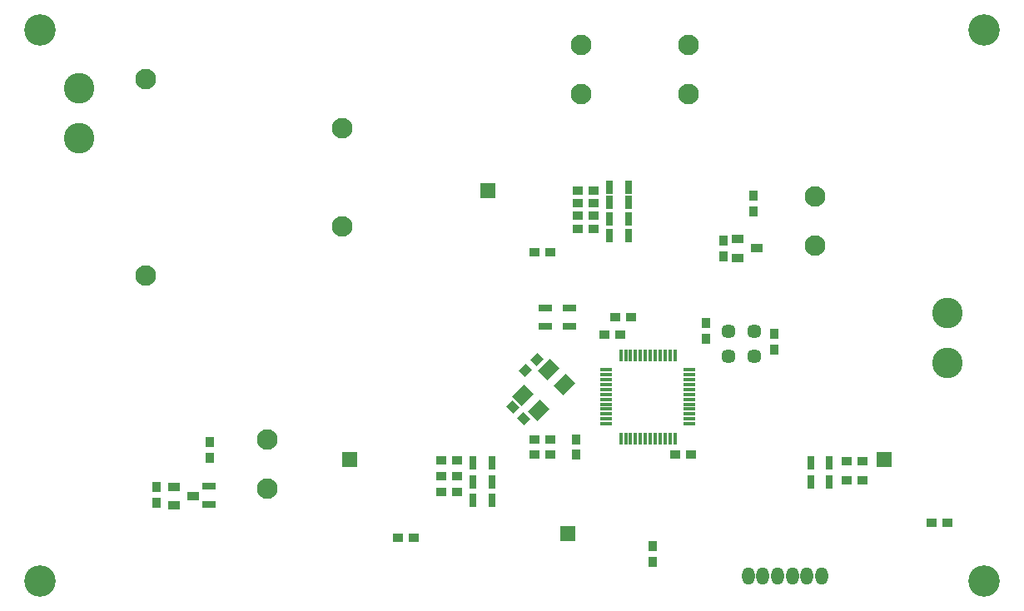
<source format=gts>
G04*
G04 #@! TF.GenerationSoftware,Altium Limited,Altium Designer,23.5.1 (21)*
G04*
G04 Layer_Color=8388736*
%FSLAX25Y25*%
%MOIN*%
G70*
G04*
G04 #@! TF.SameCoordinates,AFD14176-74B1-4AA8-BEBF-F55300C3C1FD*
G04*
G04*
G04 #@! TF.FilePolarity,Negative*
G04*
G01*
G75*
%ADD25R,0.03494X0.04194*%
%ADD26R,0.04724X0.03543*%
%ADD27R,0.03150X0.05512*%
%ADD28R,0.04194X0.03494*%
%ADD29R,0.05118X0.01575*%
%ADD30R,0.01575X0.05118*%
%ADD31R,0.05512X0.03150*%
G04:AMPARAMS|DCode=32|XSize=34.94mil|YSize=41.94mil|CornerRadius=0mil|HoleSize=0mil|Usage=FLASHONLY|Rotation=315.000|XOffset=0mil|YOffset=0mil|HoleType=Round|Shape=Rectangle|*
%AMROTATEDRECTD32*
4,1,4,-0.02718,-0.00248,0.00248,0.02718,0.02718,0.00248,-0.00248,-0.02718,-0.02718,-0.00248,0.0*
%
%ADD32ROTATEDRECTD32*%

G04:AMPARAMS|DCode=33|XSize=66.93mil|YSize=53.15mil|CornerRadius=0mil|HoleSize=0mil|Usage=FLASHONLY|Rotation=225.000|XOffset=0mil|YOffset=0mil|HoleType=Round|Shape=Rectangle|*
%AMROTATEDRECTD33*
4,1,4,0.00487,0.04245,0.04245,0.00487,-0.00487,-0.04245,-0.04245,-0.00487,0.00487,0.04245,0.0*
%
%ADD33ROTATEDRECTD33*%

G04:AMPARAMS|DCode=34|XSize=34.94mil|YSize=41.94mil|CornerRadius=0mil|HoleSize=0mil|Usage=FLASHONLY|Rotation=225.000|XOffset=0mil|YOffset=0mil|HoleType=Round|Shape=Rectangle|*
%AMROTATEDRECTD34*
4,1,4,-0.00248,0.02718,0.02718,-0.00248,0.00248,-0.02718,-0.02718,0.00248,-0.00248,0.02718,0.0*
%
%ADD34ROTATEDRECTD34*%

%ADD35C,0.12205*%
%ADD36O,0.05118X0.07087*%
%ADD37C,0.08268*%
%ADD38R,0.05900X0.05900*%
%ADD39C,0.05721*%
%ADD40C,0.12611*%
D25*
X687008Y555906D02*
D03*
Y549606D02*
D03*
X675197Y531496D02*
D03*
Y537796D02*
D03*
X695669Y500394D02*
D03*
Y494094D02*
D03*
X668110Y504725D02*
D03*
Y498425D02*
D03*
X616142Y451968D02*
D03*
Y458268D02*
D03*
X448032Y432677D02*
D03*
Y438977D02*
D03*
X646850Y415355D02*
D03*
Y409055D02*
D03*
X469413Y450693D02*
D03*
Y456992D02*
D03*
D26*
X680925Y538386D02*
D03*
Y530905D02*
D03*
X688366Y534646D02*
D03*
X455335Y439173D02*
D03*
Y431693D02*
D03*
X462776Y435433D02*
D03*
D27*
X629528Y539764D02*
D03*
X637008D02*
D03*
X629528Y546457D02*
D03*
X637008D02*
D03*
X629528Y552953D02*
D03*
X637008D02*
D03*
X629528Y559228D02*
D03*
X637008D02*
D03*
X575000Y433756D02*
D03*
X582480D02*
D03*
X575000Y441268D02*
D03*
X582480D02*
D03*
X575000Y448779D02*
D03*
X582480D02*
D03*
X710039D02*
D03*
X717520D02*
D03*
X710039Y441268D02*
D03*
X717520D02*
D03*
D28*
X605906Y533071D02*
D03*
X599606D02*
D03*
X633859Y500000D02*
D03*
X627559D02*
D03*
X638189Y507087D02*
D03*
X631889D02*
D03*
X599606Y458268D02*
D03*
X605906D02*
D03*
Y451968D02*
D03*
X599606D02*
D03*
X544881Y418898D02*
D03*
X551182D02*
D03*
X568504Y443339D02*
D03*
X562204D02*
D03*
X568504Y437008D02*
D03*
X562204D02*
D03*
X568504Y449669D02*
D03*
X562204D02*
D03*
X655905Y451968D02*
D03*
X662205D02*
D03*
X758661Y424803D02*
D03*
X764961D02*
D03*
X730709Y449606D02*
D03*
X724409D02*
D03*
X730709Y441732D02*
D03*
X724409D02*
D03*
X616929Y552756D02*
D03*
X623229D02*
D03*
X616929Y557874D02*
D03*
X623229D02*
D03*
X616929Y547638D02*
D03*
X623229D02*
D03*
X616929Y542520D02*
D03*
X623229D02*
D03*
D29*
X628150Y486024D02*
D03*
Y484055D02*
D03*
Y482087D02*
D03*
Y480118D02*
D03*
Y478150D02*
D03*
Y476181D02*
D03*
Y474213D02*
D03*
Y472244D02*
D03*
Y470276D02*
D03*
Y468307D02*
D03*
Y466339D02*
D03*
Y464370D02*
D03*
X661614D02*
D03*
Y466339D02*
D03*
Y468307D02*
D03*
Y470276D02*
D03*
Y472244D02*
D03*
Y474213D02*
D03*
Y476181D02*
D03*
Y478150D02*
D03*
Y480118D02*
D03*
Y482087D02*
D03*
Y484055D02*
D03*
Y486024D02*
D03*
D30*
X634055Y458465D02*
D03*
X636024D02*
D03*
X637992D02*
D03*
X639961D02*
D03*
X641929D02*
D03*
X643898D02*
D03*
X645866D02*
D03*
X647835D02*
D03*
X649803D02*
D03*
X651772D02*
D03*
X653740D02*
D03*
X655709D02*
D03*
Y491929D02*
D03*
X653740D02*
D03*
X651772D02*
D03*
X649803D02*
D03*
X647835D02*
D03*
X645866D02*
D03*
X643898D02*
D03*
X641929D02*
D03*
X639961D02*
D03*
X637992D02*
D03*
X636024D02*
D03*
X634055D02*
D03*
D31*
X613386Y510827D02*
D03*
Y503346D02*
D03*
X603937Y510827D02*
D03*
Y503346D02*
D03*
X469291Y439567D02*
D03*
Y432087D02*
D03*
D32*
X595939Y485703D02*
D03*
X600394Y490158D02*
D03*
D33*
X601062Y469740D02*
D03*
X611362Y480041D02*
D03*
X594937Y475865D02*
D03*
X605237Y486165D02*
D03*
D34*
X595276Y466535D02*
D03*
X590821Y470990D02*
D03*
D35*
X764961Y488819D02*
D03*
Y508819D02*
D03*
X417323Y598740D02*
D03*
Y578740D02*
D03*
D36*
X714567Y403543D02*
D03*
X708661D02*
D03*
X702756D02*
D03*
X696850D02*
D03*
X690945D02*
D03*
X685039D02*
D03*
D37*
X711949Y555346D02*
D03*
Y535661D02*
D03*
X492520Y458268D02*
D03*
Y438583D02*
D03*
X618110Y596457D02*
D03*
Y616142D02*
D03*
X661024Y596457D02*
D03*
Y616142D02*
D03*
X522441Y582677D02*
D03*
Y543307D02*
D03*
X443701Y602362D02*
D03*
Y523622D02*
D03*
D38*
X580921Y557874D02*
D03*
X525591Y450000D02*
D03*
X612992Y420472D02*
D03*
X739370Y450000D02*
D03*
D39*
X687402Y491457D02*
D03*
X677165D02*
D03*
Y501575D02*
D03*
X687402D02*
D03*
D40*
X779528Y401575D02*
D03*
Y622047D02*
D03*
X401575D02*
D03*
Y401575D02*
D03*
M02*

</source>
